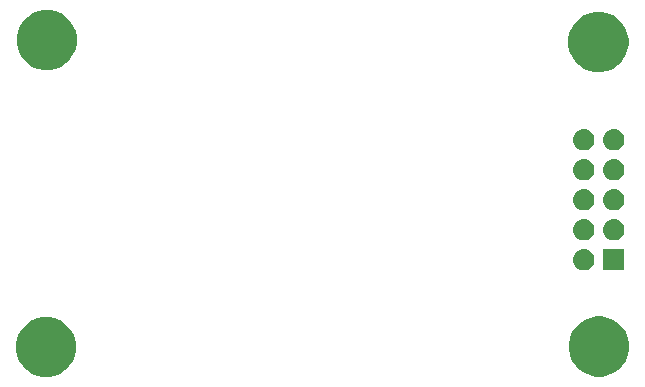
<source format=gbr>
G04 #@! TF.GenerationSoftware,KiCad,Pcbnew,(5.1.4)-1*
G04 #@! TF.CreationDate,2021-10-09T11:26:26+08:00*
G04 #@! TF.ProjectId,ConnectInterface,436f6e6e-6563-4744-996e-746572666163,rev?*
G04 #@! TF.SameCoordinates,Original*
G04 #@! TF.FileFunction,Soldermask,Bot*
G04 #@! TF.FilePolarity,Negative*
%FSLAX46Y46*%
G04 Gerber Fmt 4.6, Leading zero omitted, Abs format (unit mm)*
G04 Created by KiCad (PCBNEW (5.1.4)-1) date 2021-10-09 11:26:26*
%MOMM*%
%LPD*%
G04 APERTURE LIST*
%ADD10C,0.100000*%
G04 APERTURE END LIST*
D10*
G36*
X133267492Y-79713713D02*
G01*
X133620837Y-79860073D01*
X133731746Y-79906013D01*
X134149562Y-80185189D01*
X134504885Y-80540512D01*
X134753366Y-80912390D01*
X134784062Y-80958330D01*
X134976361Y-81422582D01*
X135074394Y-81915427D01*
X135074394Y-82417933D01*
X134976361Y-82910778D01*
X134803091Y-83329090D01*
X134784061Y-83375032D01*
X134504885Y-83792848D01*
X134149562Y-84148171D01*
X133731746Y-84427347D01*
X133731745Y-84427348D01*
X133731744Y-84427348D01*
X133267492Y-84619647D01*
X132774647Y-84717680D01*
X132272141Y-84717680D01*
X131779296Y-84619647D01*
X131315044Y-84427348D01*
X131315043Y-84427348D01*
X131315042Y-84427347D01*
X130897226Y-84148171D01*
X130541903Y-83792848D01*
X130262727Y-83375032D01*
X130243697Y-83329090D01*
X130070427Y-82910778D01*
X129972394Y-82417933D01*
X129972394Y-81915427D01*
X130070427Y-81422582D01*
X130262726Y-80958330D01*
X130293422Y-80912390D01*
X130541903Y-80540512D01*
X130897226Y-80185189D01*
X131315042Y-79906013D01*
X131425951Y-79860073D01*
X131779296Y-79713713D01*
X132272141Y-79615680D01*
X132774647Y-79615680D01*
X133267492Y-79713713D01*
X133267492Y-79713713D01*
G37*
G36*
X180088418Y-79667773D02*
G01*
X180552670Y-79860072D01*
X180552672Y-79860073D01*
X180970488Y-80139249D01*
X181325811Y-80494572D01*
X181604987Y-80912388D01*
X181604988Y-80912390D01*
X181797287Y-81376642D01*
X181895320Y-81869487D01*
X181895320Y-82371993D01*
X181797287Y-82864838D01*
X181604988Y-83329090D01*
X181604987Y-83329092D01*
X181325811Y-83746908D01*
X180970488Y-84102231D01*
X180552672Y-84381407D01*
X180552671Y-84381408D01*
X180552670Y-84381408D01*
X180088418Y-84573707D01*
X179595573Y-84671740D01*
X179093067Y-84671740D01*
X178600222Y-84573707D01*
X178135970Y-84381408D01*
X178135969Y-84381408D01*
X178135968Y-84381407D01*
X177718152Y-84102231D01*
X177362829Y-83746908D01*
X177083653Y-83329092D01*
X177083652Y-83329090D01*
X176891353Y-82864838D01*
X176793320Y-82371993D01*
X176793320Y-81869487D01*
X176891353Y-81376642D01*
X177083652Y-80912390D01*
X177083653Y-80912388D01*
X177362829Y-80494572D01*
X177718152Y-80139249D01*
X178135968Y-79860073D01*
X178135970Y-79860072D01*
X178600222Y-79667773D01*
X179093067Y-79569740D01*
X179595573Y-79569740D01*
X180088418Y-79667773D01*
X180088418Y-79667773D01*
G37*
G36*
X181487380Y-75670980D02*
G01*
X179685380Y-75670980D01*
X179685380Y-73868980D01*
X181487380Y-73868980D01*
X181487380Y-75670980D01*
X181487380Y-75670980D01*
G37*
G36*
X178156822Y-73875498D02*
G01*
X178223007Y-73882017D01*
X178392846Y-73933537D01*
X178549371Y-74017202D01*
X178585109Y-74046532D01*
X178686566Y-74129794D01*
X178769828Y-74231251D01*
X178799158Y-74266989D01*
X178882823Y-74423514D01*
X178934343Y-74593353D01*
X178951739Y-74769980D01*
X178934343Y-74946607D01*
X178882823Y-75116446D01*
X178799158Y-75272971D01*
X178769828Y-75308709D01*
X178686566Y-75410166D01*
X178585109Y-75493428D01*
X178549371Y-75522758D01*
X178392846Y-75606423D01*
X178223007Y-75657943D01*
X178156823Y-75664461D01*
X178090640Y-75670980D01*
X178002120Y-75670980D01*
X177935937Y-75664461D01*
X177869753Y-75657943D01*
X177699914Y-75606423D01*
X177543389Y-75522758D01*
X177507651Y-75493428D01*
X177406194Y-75410166D01*
X177322932Y-75308709D01*
X177293602Y-75272971D01*
X177209937Y-75116446D01*
X177158417Y-74946607D01*
X177141021Y-74769980D01*
X177158417Y-74593353D01*
X177209937Y-74423514D01*
X177293602Y-74266989D01*
X177322932Y-74231251D01*
X177406194Y-74129794D01*
X177507651Y-74046532D01*
X177543389Y-74017202D01*
X177699914Y-73933537D01*
X177869753Y-73882017D01*
X177935938Y-73875498D01*
X178002120Y-73868980D01*
X178090640Y-73868980D01*
X178156822Y-73875498D01*
X178156822Y-73875498D01*
G37*
G36*
X178156823Y-71335499D02*
G01*
X178223007Y-71342017D01*
X178392846Y-71393537D01*
X178549371Y-71477202D01*
X178585109Y-71506532D01*
X178686566Y-71589794D01*
X178769828Y-71691251D01*
X178799158Y-71726989D01*
X178882823Y-71883514D01*
X178934343Y-72053353D01*
X178951739Y-72229980D01*
X178934343Y-72406607D01*
X178882823Y-72576446D01*
X178799158Y-72732971D01*
X178769828Y-72768709D01*
X178686566Y-72870166D01*
X178585109Y-72953428D01*
X178549371Y-72982758D01*
X178392846Y-73066423D01*
X178223007Y-73117943D01*
X178156822Y-73124462D01*
X178090640Y-73130980D01*
X178002120Y-73130980D01*
X177935938Y-73124462D01*
X177869753Y-73117943D01*
X177699914Y-73066423D01*
X177543389Y-72982758D01*
X177507651Y-72953428D01*
X177406194Y-72870166D01*
X177322932Y-72768709D01*
X177293602Y-72732971D01*
X177209937Y-72576446D01*
X177158417Y-72406607D01*
X177141021Y-72229980D01*
X177158417Y-72053353D01*
X177209937Y-71883514D01*
X177293602Y-71726989D01*
X177322932Y-71691251D01*
X177406194Y-71589794D01*
X177507651Y-71506532D01*
X177543389Y-71477202D01*
X177699914Y-71393537D01*
X177869753Y-71342017D01*
X177935937Y-71335499D01*
X178002120Y-71328980D01*
X178090640Y-71328980D01*
X178156823Y-71335499D01*
X178156823Y-71335499D01*
G37*
G36*
X180696823Y-71335499D02*
G01*
X180763007Y-71342017D01*
X180932846Y-71393537D01*
X181089371Y-71477202D01*
X181125109Y-71506532D01*
X181226566Y-71589794D01*
X181309828Y-71691251D01*
X181339158Y-71726989D01*
X181422823Y-71883514D01*
X181474343Y-72053353D01*
X181491739Y-72229980D01*
X181474343Y-72406607D01*
X181422823Y-72576446D01*
X181339158Y-72732971D01*
X181309828Y-72768709D01*
X181226566Y-72870166D01*
X181125109Y-72953428D01*
X181089371Y-72982758D01*
X180932846Y-73066423D01*
X180763007Y-73117943D01*
X180696822Y-73124462D01*
X180630640Y-73130980D01*
X180542120Y-73130980D01*
X180475938Y-73124462D01*
X180409753Y-73117943D01*
X180239914Y-73066423D01*
X180083389Y-72982758D01*
X180047651Y-72953428D01*
X179946194Y-72870166D01*
X179862932Y-72768709D01*
X179833602Y-72732971D01*
X179749937Y-72576446D01*
X179698417Y-72406607D01*
X179681021Y-72229980D01*
X179698417Y-72053353D01*
X179749937Y-71883514D01*
X179833602Y-71726989D01*
X179862932Y-71691251D01*
X179946194Y-71589794D01*
X180047651Y-71506532D01*
X180083389Y-71477202D01*
X180239914Y-71393537D01*
X180409753Y-71342017D01*
X180475937Y-71335499D01*
X180542120Y-71328980D01*
X180630640Y-71328980D01*
X180696823Y-71335499D01*
X180696823Y-71335499D01*
G37*
G36*
X178156822Y-68795498D02*
G01*
X178223007Y-68802017D01*
X178392846Y-68853537D01*
X178549371Y-68937202D01*
X178585109Y-68966532D01*
X178686566Y-69049794D01*
X178769828Y-69151251D01*
X178799158Y-69186989D01*
X178882823Y-69343514D01*
X178934343Y-69513353D01*
X178951739Y-69689980D01*
X178934343Y-69866607D01*
X178882823Y-70036446D01*
X178799158Y-70192971D01*
X178769828Y-70228709D01*
X178686566Y-70330166D01*
X178585109Y-70413428D01*
X178549371Y-70442758D01*
X178392846Y-70526423D01*
X178223007Y-70577943D01*
X178156822Y-70584462D01*
X178090640Y-70590980D01*
X178002120Y-70590980D01*
X177935938Y-70584462D01*
X177869753Y-70577943D01*
X177699914Y-70526423D01*
X177543389Y-70442758D01*
X177507651Y-70413428D01*
X177406194Y-70330166D01*
X177322932Y-70228709D01*
X177293602Y-70192971D01*
X177209937Y-70036446D01*
X177158417Y-69866607D01*
X177141021Y-69689980D01*
X177158417Y-69513353D01*
X177209937Y-69343514D01*
X177293602Y-69186989D01*
X177322932Y-69151251D01*
X177406194Y-69049794D01*
X177507651Y-68966532D01*
X177543389Y-68937202D01*
X177699914Y-68853537D01*
X177869753Y-68802017D01*
X177935938Y-68795498D01*
X178002120Y-68788980D01*
X178090640Y-68788980D01*
X178156822Y-68795498D01*
X178156822Y-68795498D01*
G37*
G36*
X180696822Y-68795498D02*
G01*
X180763007Y-68802017D01*
X180932846Y-68853537D01*
X181089371Y-68937202D01*
X181125109Y-68966532D01*
X181226566Y-69049794D01*
X181309828Y-69151251D01*
X181339158Y-69186989D01*
X181422823Y-69343514D01*
X181474343Y-69513353D01*
X181491739Y-69689980D01*
X181474343Y-69866607D01*
X181422823Y-70036446D01*
X181339158Y-70192971D01*
X181309828Y-70228709D01*
X181226566Y-70330166D01*
X181125109Y-70413428D01*
X181089371Y-70442758D01*
X180932846Y-70526423D01*
X180763007Y-70577943D01*
X180696822Y-70584462D01*
X180630640Y-70590980D01*
X180542120Y-70590980D01*
X180475938Y-70584462D01*
X180409753Y-70577943D01*
X180239914Y-70526423D01*
X180083389Y-70442758D01*
X180047651Y-70413428D01*
X179946194Y-70330166D01*
X179862932Y-70228709D01*
X179833602Y-70192971D01*
X179749937Y-70036446D01*
X179698417Y-69866607D01*
X179681021Y-69689980D01*
X179698417Y-69513353D01*
X179749937Y-69343514D01*
X179833602Y-69186989D01*
X179862932Y-69151251D01*
X179946194Y-69049794D01*
X180047651Y-68966532D01*
X180083389Y-68937202D01*
X180239914Y-68853537D01*
X180409753Y-68802017D01*
X180475938Y-68795498D01*
X180542120Y-68788980D01*
X180630640Y-68788980D01*
X180696822Y-68795498D01*
X180696822Y-68795498D01*
G37*
G36*
X178156823Y-66255499D02*
G01*
X178223007Y-66262017D01*
X178392846Y-66313537D01*
X178549371Y-66397202D01*
X178585109Y-66426532D01*
X178686566Y-66509794D01*
X178769828Y-66611251D01*
X178799158Y-66646989D01*
X178882823Y-66803514D01*
X178934343Y-66973353D01*
X178951739Y-67149980D01*
X178934343Y-67326607D01*
X178882823Y-67496446D01*
X178799158Y-67652971D01*
X178769828Y-67688709D01*
X178686566Y-67790166D01*
X178585109Y-67873428D01*
X178549371Y-67902758D01*
X178392846Y-67986423D01*
X178223007Y-68037943D01*
X178156823Y-68044461D01*
X178090640Y-68050980D01*
X178002120Y-68050980D01*
X177935937Y-68044461D01*
X177869753Y-68037943D01*
X177699914Y-67986423D01*
X177543389Y-67902758D01*
X177507651Y-67873428D01*
X177406194Y-67790166D01*
X177322932Y-67688709D01*
X177293602Y-67652971D01*
X177209937Y-67496446D01*
X177158417Y-67326607D01*
X177141021Y-67149980D01*
X177158417Y-66973353D01*
X177209937Y-66803514D01*
X177293602Y-66646989D01*
X177322932Y-66611251D01*
X177406194Y-66509794D01*
X177507651Y-66426532D01*
X177543389Y-66397202D01*
X177699914Y-66313537D01*
X177869753Y-66262017D01*
X177935937Y-66255499D01*
X178002120Y-66248980D01*
X178090640Y-66248980D01*
X178156823Y-66255499D01*
X178156823Y-66255499D01*
G37*
G36*
X180696823Y-66255499D02*
G01*
X180763007Y-66262017D01*
X180932846Y-66313537D01*
X181089371Y-66397202D01*
X181125109Y-66426532D01*
X181226566Y-66509794D01*
X181309828Y-66611251D01*
X181339158Y-66646989D01*
X181422823Y-66803514D01*
X181474343Y-66973353D01*
X181491739Y-67149980D01*
X181474343Y-67326607D01*
X181422823Y-67496446D01*
X181339158Y-67652971D01*
X181309828Y-67688709D01*
X181226566Y-67790166D01*
X181125109Y-67873428D01*
X181089371Y-67902758D01*
X180932846Y-67986423D01*
X180763007Y-68037943D01*
X180696823Y-68044461D01*
X180630640Y-68050980D01*
X180542120Y-68050980D01*
X180475937Y-68044461D01*
X180409753Y-68037943D01*
X180239914Y-67986423D01*
X180083389Y-67902758D01*
X180047651Y-67873428D01*
X179946194Y-67790166D01*
X179862932Y-67688709D01*
X179833602Y-67652971D01*
X179749937Y-67496446D01*
X179698417Y-67326607D01*
X179681021Y-67149980D01*
X179698417Y-66973353D01*
X179749937Y-66803514D01*
X179833602Y-66646989D01*
X179862932Y-66611251D01*
X179946194Y-66509794D01*
X180047651Y-66426532D01*
X180083389Y-66397202D01*
X180239914Y-66313537D01*
X180409753Y-66262017D01*
X180475937Y-66255499D01*
X180542120Y-66248980D01*
X180630640Y-66248980D01*
X180696823Y-66255499D01*
X180696823Y-66255499D01*
G37*
G36*
X180696822Y-63715498D02*
G01*
X180763007Y-63722017D01*
X180932846Y-63773537D01*
X181089371Y-63857202D01*
X181125109Y-63886532D01*
X181226566Y-63969794D01*
X181309828Y-64071251D01*
X181339158Y-64106989D01*
X181422823Y-64263514D01*
X181474343Y-64433353D01*
X181491739Y-64609980D01*
X181474343Y-64786607D01*
X181422823Y-64956446D01*
X181339158Y-65112971D01*
X181309828Y-65148709D01*
X181226566Y-65250166D01*
X181125109Y-65333428D01*
X181089371Y-65362758D01*
X180932846Y-65446423D01*
X180763007Y-65497943D01*
X180696823Y-65504461D01*
X180630640Y-65510980D01*
X180542120Y-65510980D01*
X180475937Y-65504461D01*
X180409753Y-65497943D01*
X180239914Y-65446423D01*
X180083389Y-65362758D01*
X180047651Y-65333428D01*
X179946194Y-65250166D01*
X179862932Y-65148709D01*
X179833602Y-65112971D01*
X179749937Y-64956446D01*
X179698417Y-64786607D01*
X179681021Y-64609980D01*
X179698417Y-64433353D01*
X179749937Y-64263514D01*
X179833602Y-64106989D01*
X179862932Y-64071251D01*
X179946194Y-63969794D01*
X180047651Y-63886532D01*
X180083389Y-63857202D01*
X180239914Y-63773537D01*
X180409753Y-63722017D01*
X180475938Y-63715498D01*
X180542120Y-63708980D01*
X180630640Y-63708980D01*
X180696822Y-63715498D01*
X180696822Y-63715498D01*
G37*
G36*
X178156822Y-63715498D02*
G01*
X178223007Y-63722017D01*
X178392846Y-63773537D01*
X178549371Y-63857202D01*
X178585109Y-63886532D01*
X178686566Y-63969794D01*
X178769828Y-64071251D01*
X178799158Y-64106989D01*
X178882823Y-64263514D01*
X178934343Y-64433353D01*
X178951739Y-64609980D01*
X178934343Y-64786607D01*
X178882823Y-64956446D01*
X178799158Y-65112971D01*
X178769828Y-65148709D01*
X178686566Y-65250166D01*
X178585109Y-65333428D01*
X178549371Y-65362758D01*
X178392846Y-65446423D01*
X178223007Y-65497943D01*
X178156823Y-65504461D01*
X178090640Y-65510980D01*
X178002120Y-65510980D01*
X177935937Y-65504461D01*
X177869753Y-65497943D01*
X177699914Y-65446423D01*
X177543389Y-65362758D01*
X177507651Y-65333428D01*
X177406194Y-65250166D01*
X177322932Y-65148709D01*
X177293602Y-65112971D01*
X177209937Y-64956446D01*
X177158417Y-64786607D01*
X177141021Y-64609980D01*
X177158417Y-64433353D01*
X177209937Y-64263514D01*
X177293602Y-64106989D01*
X177322932Y-64071251D01*
X177406194Y-63969794D01*
X177507651Y-63886532D01*
X177543389Y-63857202D01*
X177699914Y-63773537D01*
X177869753Y-63722017D01*
X177935938Y-63715498D01*
X178002120Y-63708980D01*
X178090640Y-63708980D01*
X178156822Y-63715498D01*
X178156822Y-63715498D01*
G37*
G36*
X180033526Y-53878813D02*
G01*
X180497778Y-54071112D01*
X180497780Y-54071113D01*
X180915596Y-54350289D01*
X181270919Y-54705612D01*
X181550095Y-55123428D01*
X181550096Y-55123430D01*
X181742395Y-55587682D01*
X181840428Y-56080527D01*
X181840428Y-56583033D01*
X181742395Y-57075878D01*
X181550096Y-57540130D01*
X181550095Y-57540132D01*
X181270919Y-57957948D01*
X180915596Y-58313271D01*
X180497780Y-58592447D01*
X180497779Y-58592448D01*
X180497778Y-58592448D01*
X180033526Y-58784747D01*
X179540681Y-58882780D01*
X179038175Y-58882780D01*
X178545330Y-58784747D01*
X178081078Y-58592448D01*
X178081077Y-58592448D01*
X178081076Y-58592447D01*
X177663260Y-58313271D01*
X177307937Y-57957948D01*
X177028761Y-57540132D01*
X177028760Y-57540130D01*
X176836461Y-57075878D01*
X176738428Y-56583033D01*
X176738428Y-56080527D01*
X176836461Y-55587682D01*
X177028760Y-55123430D01*
X177028761Y-55123428D01*
X177307937Y-54705612D01*
X177663260Y-54350289D01*
X178081076Y-54071113D01*
X178081078Y-54071112D01*
X178545330Y-53878813D01*
X179038175Y-53780780D01*
X179540681Y-53780780D01*
X180033526Y-53878813D01*
X180033526Y-53878813D01*
G37*
G36*
X133320386Y-53713713D02*
G01*
X133718976Y-53878814D01*
X133784640Y-53906013D01*
X134202456Y-54185189D01*
X134557779Y-54540512D01*
X134668095Y-54705612D01*
X134836956Y-54958330D01*
X135029255Y-55422582D01*
X135127288Y-55915427D01*
X135127288Y-56417933D01*
X135029255Y-56910778D01*
X134960868Y-57075879D01*
X134836955Y-57375032D01*
X134557779Y-57792848D01*
X134202456Y-58148171D01*
X133784640Y-58427347D01*
X133784639Y-58427348D01*
X133784638Y-58427348D01*
X133320386Y-58619647D01*
X132827541Y-58717680D01*
X132325035Y-58717680D01*
X131832190Y-58619647D01*
X131367938Y-58427348D01*
X131367937Y-58427348D01*
X131367936Y-58427347D01*
X130950120Y-58148171D01*
X130594797Y-57792848D01*
X130315621Y-57375032D01*
X130191708Y-57075879D01*
X130123321Y-56910778D01*
X130025288Y-56417933D01*
X130025288Y-55915427D01*
X130123321Y-55422582D01*
X130315620Y-54958330D01*
X130484481Y-54705612D01*
X130594797Y-54540512D01*
X130950120Y-54185189D01*
X131367936Y-53906013D01*
X131433600Y-53878814D01*
X131832190Y-53713713D01*
X132325035Y-53615680D01*
X132827541Y-53615680D01*
X133320386Y-53713713D01*
X133320386Y-53713713D01*
G37*
M02*

</source>
